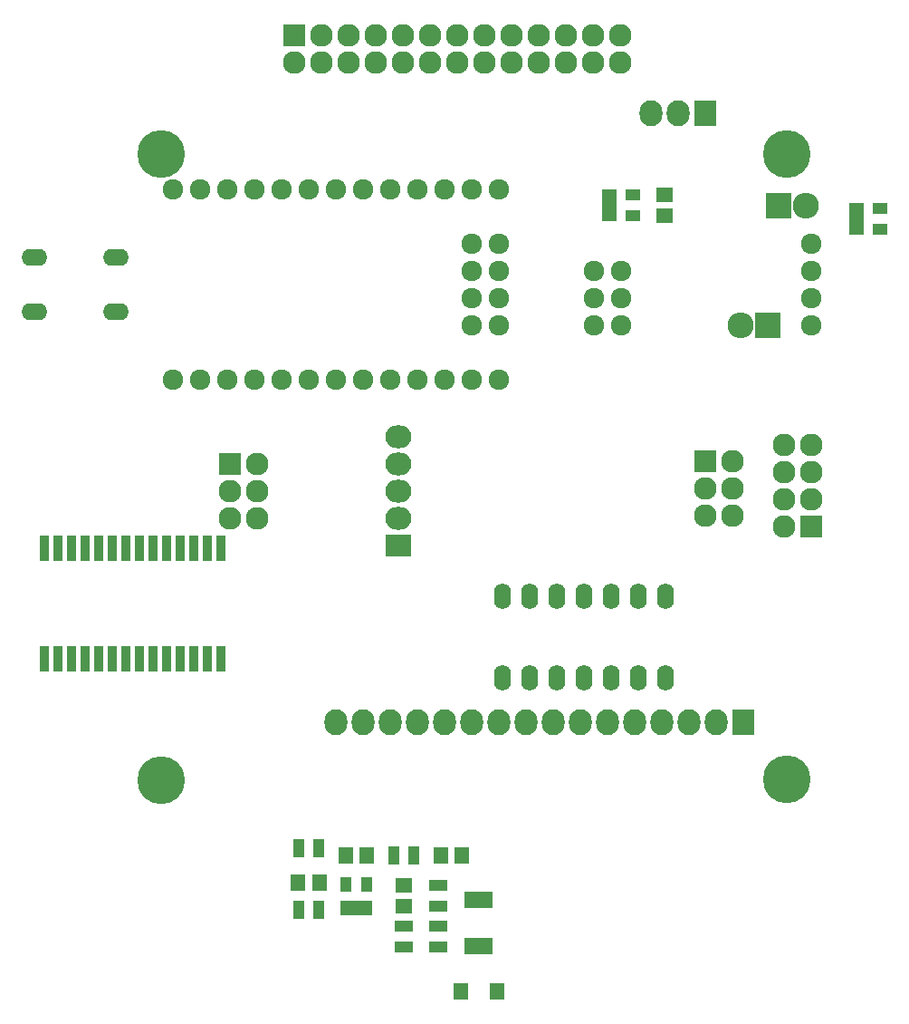
<source format=gts>
G04 #@! TF.FileFunction,Soldermask,Top*
%FSLAX46Y46*%
G04 Gerber Fmt 4.6, Leading zero omitted, Abs format (unit mm)*
G04 Created by KiCad (PCBNEW 4.0.1-stable) date Tuesday, March 22, 2016 'PMt' 12:33:31 PM*
%MOMM*%
G01*
G04 APERTURE LIST*
%ADD10C,0.100000*%
%ADD11C,4.464000*%
%ADD12C,1.924000*%
%ADD13R,2.432000X2.432000*%
%ADD14O,2.432000X2.432000*%
%ADD15R,1.400000X1.650000*%
%ADD16R,1.650000X1.400000*%
%ADD17R,1.700000X1.100000*%
%ADD18R,1.100000X1.700000*%
%ADD19R,2.127200X2.127200*%
%ADD20O,2.127200X2.127200*%
%ADD21R,2.432000X2.127200*%
%ADD22O,2.432000X2.127200*%
%ADD23R,1.050000X1.460000*%
%ADD24R,0.800000X1.500000*%
%ADD25R,1.460000X1.050000*%
%ADD26R,2.127200X2.432000*%
%ADD27O,2.127200X2.432000*%
%ADD28O,1.600000X2.400000*%
%ADD29R,0.910000X2.400000*%
%ADD30R,1.400000X1.600000*%
%ADD31O,2.400000X1.600000*%
G04 APERTURE END LIST*
D10*
D11*
X138557000Y-66548000D03*
X197104000Y-124968000D03*
X138557000Y-125095000D03*
D12*
X199390000Y-74930000D03*
X199390000Y-77470000D03*
X199390000Y-80010000D03*
X199390000Y-82550000D03*
X181610000Y-82550000D03*
X181610000Y-80010000D03*
X181610000Y-77470000D03*
X179070000Y-77470000D03*
X179070000Y-80010000D03*
X179070000Y-82550000D03*
D13*
X196342000Y-71374000D03*
D14*
X198882000Y-71374000D03*
D15*
X153400000Y-134620000D03*
X151400000Y-134620000D03*
D16*
X161290000Y-136890000D03*
X161290000Y-134890000D03*
D15*
X155845000Y-132080000D03*
X157845000Y-132080000D03*
X164735000Y-132080000D03*
X166735000Y-132080000D03*
D16*
X185674000Y-70374000D03*
X185674000Y-72374000D03*
D17*
X164465000Y-134940000D03*
X164465000Y-136840000D03*
D18*
X153350000Y-131445000D03*
X151450000Y-131445000D03*
X153350000Y-137160000D03*
X151450000Y-137160000D03*
D17*
X164465000Y-140650000D03*
X164465000Y-138750000D03*
X161290000Y-138750000D03*
X161290000Y-140650000D03*
D18*
X162240000Y-132080000D03*
X160340000Y-132080000D03*
D19*
X199390000Y-101346000D03*
D20*
X196850000Y-101346000D03*
X199390000Y-98806000D03*
X196850000Y-98806000D03*
X199390000Y-96266000D03*
X196850000Y-96266000D03*
X199390000Y-93726000D03*
X196850000Y-93726000D03*
D21*
X160782000Y-103124000D03*
D22*
X160782000Y-100584000D03*
X160782000Y-98044000D03*
X160782000Y-95504000D03*
X160782000Y-92964000D03*
D23*
X155895000Y-136990000D03*
X156845000Y-136990000D03*
X157795000Y-136990000D03*
X157795000Y-134790000D03*
X155895000Y-134790000D03*
D24*
X167300000Y-140580000D03*
X167950000Y-140580000D03*
X168600000Y-140580000D03*
X169250000Y-140580000D03*
X169250000Y-136280000D03*
X168600000Y-136280000D03*
X167950000Y-136280000D03*
X167300000Y-136280000D03*
D25*
X203624000Y-71694000D03*
X203624000Y-72644000D03*
X203624000Y-73594000D03*
X205824000Y-73594000D03*
X205824000Y-71694000D03*
X180510000Y-70424000D03*
X180510000Y-71374000D03*
X180510000Y-72324000D03*
X182710000Y-72324000D03*
X182710000Y-70424000D03*
D26*
X193040000Y-119634000D03*
D27*
X190500000Y-119634000D03*
X187960000Y-119634000D03*
X185420000Y-119634000D03*
X182880000Y-119634000D03*
X180340000Y-119634000D03*
X177800000Y-119634000D03*
X175260000Y-119634000D03*
X172720000Y-119634000D03*
X170180000Y-119634000D03*
X167640000Y-119634000D03*
X165100000Y-119634000D03*
X162560000Y-119634000D03*
X160020000Y-119634000D03*
X157480000Y-119634000D03*
X154940000Y-119634000D03*
D19*
X145034000Y-95504000D03*
D20*
X147574000Y-95504000D03*
X145034000Y-98044000D03*
X147574000Y-98044000D03*
X145034000Y-100584000D03*
X147574000Y-100584000D03*
D19*
X189484000Y-95250000D03*
D20*
X192024000Y-95250000D03*
X189484000Y-97790000D03*
X192024000Y-97790000D03*
X189484000Y-100330000D03*
X192024000Y-100330000D03*
D26*
X189484000Y-62738000D03*
D27*
X186944000Y-62738000D03*
X184404000Y-62738000D03*
D12*
X139700000Y-69850000D03*
X139700000Y-87630000D03*
X142240000Y-69850000D03*
X142240000Y-87630000D03*
X144780000Y-69850000D03*
X144780000Y-87630000D03*
X147320000Y-69850000D03*
X147320000Y-87630000D03*
X149860000Y-69850000D03*
X149860000Y-87630000D03*
X152400000Y-69850000D03*
X152400000Y-87630000D03*
X154940000Y-69850000D03*
X154940000Y-87630000D03*
X157480000Y-69850000D03*
X157480000Y-87630000D03*
X160020000Y-69850000D03*
X160020000Y-87630000D03*
X162560000Y-69850000D03*
X162560000Y-87630000D03*
X165100000Y-69850000D03*
X165100000Y-87630000D03*
X167640000Y-69850000D03*
X167640000Y-87630000D03*
X170180000Y-69850000D03*
X170180000Y-87630000D03*
X170180000Y-74930000D03*
X170180000Y-77470000D03*
X170180000Y-80010000D03*
X170180000Y-82550000D03*
X167640000Y-82550000D03*
X167640000Y-80010000D03*
X167640000Y-77470000D03*
X167640000Y-74930000D03*
D13*
X195326000Y-82550000D03*
D14*
X192786000Y-82550000D03*
D28*
X170484800Y-107924600D03*
X170484800Y-115544600D03*
X173024800Y-107924600D03*
X173024800Y-115544600D03*
X175564800Y-107924600D03*
X175564800Y-115544600D03*
X178104800Y-107924600D03*
X178104800Y-115544600D03*
X180644800Y-107924600D03*
X180644800Y-115544600D03*
X183184800Y-107924600D03*
X183184800Y-115544600D03*
X185724800Y-107924600D03*
X185724800Y-115544600D03*
D29*
X144145000Y-113735000D03*
X144145000Y-103435000D03*
X142875000Y-113735000D03*
X142875000Y-103435000D03*
X141605000Y-113735000D03*
X141605000Y-103435000D03*
X140335000Y-113735000D03*
X140335000Y-103435000D03*
X139065000Y-113735000D03*
X139065000Y-103435000D03*
X137795000Y-113735000D03*
X137795000Y-103435000D03*
X136525000Y-113735000D03*
X136525000Y-103435000D03*
X135255000Y-113735000D03*
X135255000Y-103435000D03*
X133985000Y-113735000D03*
X133985000Y-103435000D03*
X132715000Y-113735000D03*
X132715000Y-103435000D03*
X131445000Y-113735000D03*
X131445000Y-103435000D03*
X130175000Y-113735000D03*
X130175000Y-103435000D03*
X128905000Y-113735000D03*
X128905000Y-103435000D03*
X127635000Y-113735000D03*
X127635000Y-103435000D03*
D30*
X166575000Y-144780000D03*
X169975000Y-144780000D03*
D19*
X151003000Y-55499000D03*
D20*
X151003000Y-58039000D03*
X153543000Y-55499000D03*
X153543000Y-58039000D03*
X156083000Y-55499000D03*
X156083000Y-58039000D03*
X158623000Y-55499000D03*
X158623000Y-58039000D03*
X161163000Y-55499000D03*
X161163000Y-58039000D03*
X163703000Y-55499000D03*
X163703000Y-58039000D03*
X166243000Y-55499000D03*
X166243000Y-58039000D03*
X168783000Y-55499000D03*
X168783000Y-58039000D03*
X171323000Y-55499000D03*
X171323000Y-58039000D03*
X173863000Y-55499000D03*
X173863000Y-58039000D03*
X176403000Y-55499000D03*
X176403000Y-58039000D03*
X178943000Y-55499000D03*
X178943000Y-58039000D03*
X181483000Y-55499000D03*
X181483000Y-58039000D03*
D31*
X134366000Y-76200000D03*
X126746000Y-76200000D03*
X134366000Y-81280000D03*
X126746000Y-81280000D03*
D11*
X197104000Y-66548000D03*
M02*

</source>
